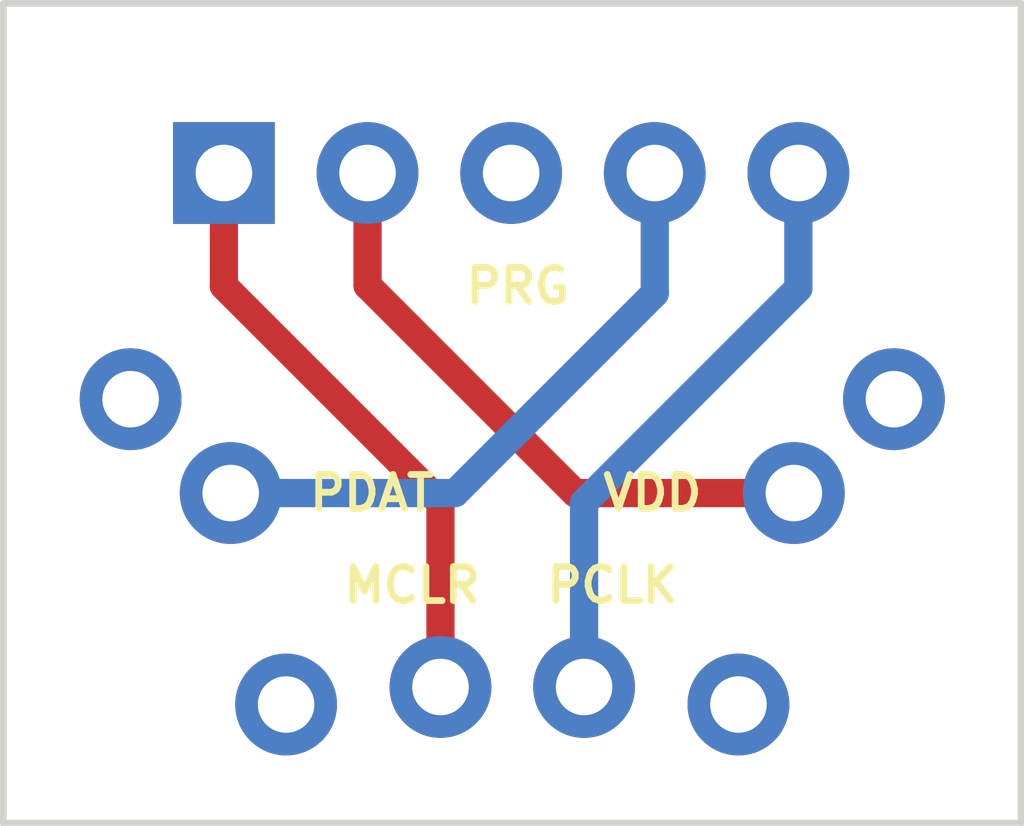
<source format=kicad_pcb>
(kicad_pcb (version 4) (host pcbnew 4.0.5)

  (general
    (links 8)
    (no_connects 0)
    (area 140.939999 92.939999 159.060001 107.560001)
    (thickness 1.6)
    (drawings 4)
    (tracks 12)
    (zones 0)
    (modules 9)
    (nets 6)
  )

  (page A4)
  (layers
    (0 F.Cu signal)
    (31 B.Cu signal)
    (32 B.Adhes user)
    (33 F.Adhes user)
    (34 B.Paste user)
    (35 F.Paste user)
    (36 B.SilkS user)
    (37 F.SilkS user)
    (38 B.Mask user)
    (39 F.Mask user)
    (40 Dwgs.User user)
    (41 Cmts.User user)
    (42 Eco1.User user)
    (43 Eco2.User user)
    (44 Edge.Cuts user)
    (45 Margin user)
    (46 B.CrtYd user)
    (47 F.CrtYd user)
    (48 B.Fab user)
    (49 F.Fab user)
  )

  (setup
    (last_trace_width 0.25)
    (user_trace_width 0.5)
    (user_trace_width 1)
    (user_trace_width 1.5)
    (trace_clearance 0.2)
    (zone_clearance 0.2)
    (zone_45_only no)
    (trace_min 0.2)
    (segment_width 0.12)
    (edge_width 0.12)
    (via_size 0.6)
    (via_drill 0.4)
    (via_min_size 0.4)
    (via_min_drill 0.3)
    (uvia_size 0.3)
    (uvia_drill 0.1)
    (uvias_allowed no)
    (uvia_min_size 0.2)
    (uvia_min_drill 0.1)
    (pcb_text_width 0.3)
    (pcb_text_size 1.5 1.5)
    (mod_edge_width 0.1)
    (mod_text_size 1 1)
    (mod_text_width 0.1)
    (pad_size 1.7 1.7)
    (pad_drill 1)
    (pad_to_mask_clearance 0.2)
    (aux_axis_origin 0 0)
    (visible_elements 7FFFFFFF)
    (pcbplotparams
      (layerselection 0x01030_80000001)
      (usegerberextensions false)
      (excludeedgelayer true)
      (linewidth 0.100000)
      (plotframeref false)
      (viasonmask false)
      (mode 1)
      (useauxorigin false)
      (hpglpennumber 1)
      (hpglpenspeed 20)
      (hpglpendiameter 15)
      (hpglpenoverlay 2)
      (psnegative false)
      (psa4output false)
      (plotreference true)
      (plotvalue true)
      (plotinvisibletext false)
      (padsonsilk false)
      (subtractmaskfromsilk false)
      (outputformat 1)
      (mirror false)
      (drillshape 0)
      (scaleselection 1)
      (outputdirectory output/))
  )

  (net 0 "")
  (net 1 GND)
  (net 2 N$3)
  (net 3 N$4)
  (net 4 N$6)
  (net 5 N$7)

  (net_class Default "This is the default net class."
    (clearance 0.2)
    (trace_width 0.25)
    (via_dia 0.6)
    (via_drill 0.4)
    (uvia_dia 0.3)
    (uvia_drill 0.1)
    (add_net GND)
    (add_net N$3)
    (add_net N$4)
    (add_net N$6)
    (add_net N$7)
  )

  (module modules:PIN-1.0mm (layer F.Cu) (tedit 58C86CE2) (tstamp 58BDE6AF)
    (at 143.25 100)
    (fp_text reference PIN1 (at 0 0) (layer F.SilkS) hide
      (effects (font (size 0.2 0.2) (thickness 0.01)))
    )
    (fp_text value PIN (at 0 -0.3) (layer F.Fab)
      (effects (font (size 0.2 0.2) (thickness 0.01)))
    )
    (pad 1 thru_hole circle (at 0 0) (size 1.8 1.8) (drill 1) (layers *.Cu *.Mask)
      (net 1 GND))
  )

  (module modules:PIN-1.0mm (layer F.Cu) (tedit 58C86C99) (tstamp 58BB0D7C)
    (at 146 105.4)
    (fp_text reference PIN2 (at 0 0) (layer F.SilkS) hide
      (effects (font (size 0.2 0.2) (thickness 0.01)))
    )
    (fp_text value PIN (at 0 -0.3) (layer F.Fab)
      (effects (font (size 0.2 0.2) (thickness 0.01)))
    )
    (pad 1 thru_hole circle (at 0 0) (size 1.8 1.8) (drill 1) (layers *.Cu *.Mask)
      (net 1 GND))
  )

  (module modules:PIN-1.0mm (layer F.Cu) (tedit 58C86CA6) (tstamp 58BB0BE3)
    (at 154 105.4)
    (fp_text reference PIN3 (at 0 0) (layer F.SilkS) hide
      (effects (font (size 0.2 0.2) (thickness 0.01)))
    )
    (fp_text value PIN (at 0 -0.3) (layer F.Fab)
      (effects (font (size 0.2 0.2) (thickness 0.01)))
    )
    (pad 1 thru_hole circle (at 0 0) (size 1.8 1.8) (drill 1) (layers *.Cu *.Mask)
      (net 1 GND))
  )

  (module modules:PIN-1.0mm (layer F.Cu) (tedit 58BDE763) (tstamp 58BDE6B4)
    (at 156.75 100)
    (fp_text reference PIN4 (at 0 0) (layer F.SilkS) hide
      (effects (font (size 0.2 0.2) (thickness 0.01)))
    )
    (fp_text value PIN (at 0 -0.3) (layer F.Fab)
      (effects (font (size 0.2 0.2) (thickness 0.01)))
    )
    (pad 1 thru_hole circle (at 0 0) (size 1.8 1.8) (drill 1) (layers *.Cu *.Mask)
      (net 1 GND))
  )

  (module modules:PIN-1.0mm (layer F.Cu) (tedit 58C86DEB) (tstamp 58B9E0E6)
    (at 148.73 105.09)
    (fp_text reference MCLR (at -0.5 -1.8) (layer F.SilkS)
      (effects (font (size 0.6 0.6) (thickness 0.12)))
    )
    (fp_text value MCLR (at 0 0) (layer F.Fab)
      (effects (font (size 0.6 0.6) (thickness 0.12)))
    )
    (pad 1 thru_hole circle (at 0 0) (size 1.8 1.8) (drill 1) (layers *.Cu *.Mask)
      (net 5 N$7))
  )

  (module modules:PIN-1.0mm (layer F.Cu) (tedit 58C86C77) (tstamp 58B9E0D8)
    (at 145.02 101.66)
    (fp_text reference PDAT (at 2.5 0) (layer F.SilkS)
      (effects (font (size 0.6 0.6) (thickness 0.12)))
    )
    (fp_text value PDAT (at 0 0) (layer F.Fab)
      (effects (font (size 0.6 0.6) (thickness 0.12)))
    )
    (pad 1 thru_hole circle (at 0 0) (size 1.8 1.8) (drill 1) (layers *.Cu *.Mask)
      (net 4 N$6))
  )

  (module modules:PIN-1.0mm (layer F.Cu) (tedit 58C86DF1) (tstamp 58B9E0BE)
    (at 151.27 105.09)
    (fp_text reference PCLK (at 0.5 -1.8) (layer F.SilkS)
      (effects (font (size 0.6 0.6) (thickness 0.12)))
    )
    (fp_text value PCLK (at 0 0) (layer F.Fab)
      (effects (font (size 0.6 0.6) (thickness 0.12)))
    )
    (pad 1 thru_hole circle (at 0 0) (size 1.8 1.8) (drill 1) (layers *.Cu *.Mask)
      (net 3 N$4))
  )

  (module modules:PIN-1.0mm (layer F.Cu) (tedit 58C86C7D) (tstamp 58B9EBA7)
    (at 154.98 101.66)
    (fp_text reference VDD (at -2.5 0) (layer F.SilkS)
      (effects (font (size 0.6 0.6) (thickness 0.12)))
    )
    (fp_text value VDD (at 0 0) (layer F.Fab)
      (effects (font (size 0.6 0.6) (thickness 0.12)))
    )
    (pad 1 thru_hole circle (at 0 0) (size 1.8 1.8) (drill 1) (layers *.Cu *.Mask)
      (net 2 N$3))
  )

  (module Pin_Headers:Pin_Header_Straight_1x05_Pitch2.54mm (layer F.Cu) (tedit 58C87459) (tstamp 58C86F3A)
    (at 144.9 96 90)
    (fp_text reference PRG (at -2 5.2 180) (layer F.SilkS)
      (effects (font (size 0.6 0.6) (thickness 0.12)))
    )
    (fp_text value PRG (at 0 0 180) (layer F.Fab)
      (effects (font (size 0.6 0.6) (thickness 0.12)))
    )
    (pad 1 thru_hole rect (at 0 0 90) (size 1.8 1.8) (drill 1) (layers *.Cu *.Mask)
      (net 5 N$7))
    (pad 2 thru_hole circle (at 0 2.54 90) (size 1.8 1.8) (drill 1) (layers *.Cu *.Mask)
      (net 2 N$3))
    (pad 3 thru_hole circle (at 0 5.08 90) (size 1.8 1.8) (drill 1) (layers *.Cu *.Mask)
      (net 1 GND))
    (pad 4 thru_hole circle (at 0 7.62 90) (size 1.8 1.8) (drill 1) (layers *.Cu *.Mask)
      (net 4 N$6))
    (pad 5 thru_hole circle (at 0 10.16 90) (size 1.8 1.8) (drill 1) (layers *.Cu *.Mask)
      (net 3 N$4))
  )

  (gr_line (start 141 93) (end 141 107.5) (angle 90) (layer Edge.Cuts) (width 0.12))
  (gr_line (start 159 93) (end 141 93) (angle 90) (layer Edge.Cuts) (width 0.12))
  (gr_line (start 159 107.5) (end 159 93) (angle 90) (layer Edge.Cuts) (width 0.12))
  (gr_line (start 141 107.5) (end 159 107.5) (angle 90) (layer Edge.Cuts) (width 0.12))

  (segment (start 154.98 101.66) (end 151.11 101.66) (width 0.5) (layer F.Cu) (net 2))
  (segment (start 147.44 97.99) (end 147.44 96) (width 0.5) (layer F.Cu) (net 2) (tstamp 58C87152))
  (segment (start 151.11 101.66) (end 147.44 97.99) (width 0.5) (layer F.Cu) (net 2) (tstamp 58C87150))
  (segment (start 151.27 105.09) (end 151.27 101.83) (width 0.5) (layer B.Cu) (net 3))
  (segment (start 155.06 98.04) (end 155.06 96) (width 0.5) (layer B.Cu) (net 3) (tstamp 58C87178))
  (segment (start 151.27 101.83) (end 155.06 98.04) (width 0.5) (layer B.Cu) (net 3) (tstamp 58C87170))
  (segment (start 145.02 101.66) (end 148.99 101.66) (width 0.5) (layer B.Cu) (net 4))
  (segment (start 152.52 98.13) (end 152.52 96) (width 0.5) (layer B.Cu) (net 4) (tstamp 58C8716A))
  (segment (start 148.99 101.66) (end 152.52 98.13) (width 0.5) (layer B.Cu) (net 4) (tstamp 58C87160))
  (segment (start 148.73 105.09) (end 148.73 101.83) (width 0.5) (layer F.Cu) (net 5))
  (segment (start 144.9 98) (end 144.9 96) (width 0.5) (layer F.Cu) (net 5) (tstamp 58C8714C))
  (segment (start 148.73 101.83) (end 144.9 98) (width 0.5) (layer F.Cu) (net 5) (tstamp 58C8714A))

  (zone (net 1) (net_name GND) (layer F.Cu) (tstamp 58C871BF) (hatch edge 0.508)
    (connect_pads yes (clearance 0.2))
    (min_thickness 0.2)
    (fill yes (arc_segments 16) (thermal_gap 0.4) (thermal_bridge_width 0.4))
    (polygon
      (pts
        (xy 158.6 107.1) (xy 141.4 107.1) (xy 141.4 93.4) (xy 158.6 93.4)
      )
    )
  )
)

</source>
